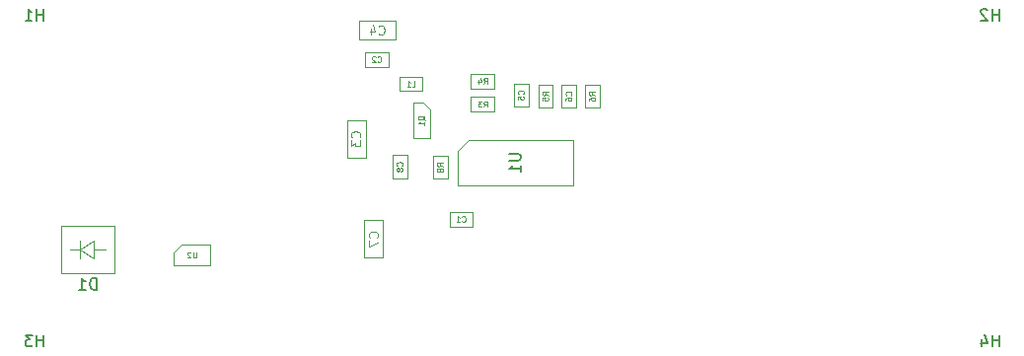
<source format=gbr>
%TF.GenerationSoftware,KiCad,Pcbnew,(6.0.0)*%
%TF.CreationDate,2022-01-14T12:25:06-05:00*%
%TF.ProjectId,ADC-board-HX711,4144432d-626f-4617-9264-2d4858373131,rev?*%
%TF.SameCoordinates,Original*%
%TF.FileFunction,AssemblyDrawing,Bot*%
%FSLAX46Y46*%
G04 Gerber Fmt 4.6, Leading zero omitted, Abs format (unit mm)*
G04 Created by KiCad (PCBNEW (6.0.0)) date 2022-01-14 12:25:06*
%MOMM*%
%LPD*%
G01*
G04 APERTURE LIST*
%ADD10C,0.120000*%
%ADD11C,0.080000*%
%ADD12C,0.150000*%
%ADD13C,0.075000*%
%ADD14C,0.100000*%
G04 APERTURE END LIST*
D10*
%TO.C,C7*%
X34085714Y-23566666D02*
X34123809Y-23528571D01*
X34161904Y-23414285D01*
X34161904Y-23338095D01*
X34123809Y-23223809D01*
X34047619Y-23147619D01*
X33971428Y-23109523D01*
X33819047Y-23071428D01*
X33704761Y-23071428D01*
X33552380Y-23109523D01*
X33476190Y-23147619D01*
X33400000Y-23223809D01*
X33361904Y-23338095D01*
X33361904Y-23414285D01*
X33400000Y-23528571D01*
X33438095Y-23566666D01*
X33361904Y-23833333D02*
X33361904Y-24366666D01*
X34161904Y-24023809D01*
%TO.C,C4*%
X34233333Y-6085714D02*
X34271428Y-6123809D01*
X34385714Y-6161904D01*
X34461904Y-6161904D01*
X34576190Y-6123809D01*
X34652380Y-6047619D01*
X34690476Y-5971428D01*
X34728571Y-5819047D01*
X34728571Y-5704761D01*
X34690476Y-5552380D01*
X34652380Y-5476190D01*
X34576190Y-5400000D01*
X34461904Y-5361904D01*
X34385714Y-5361904D01*
X34271428Y-5400000D01*
X34233333Y-5438095D01*
X33547619Y-5628571D02*
X33547619Y-6161904D01*
X33738095Y-5323809D02*
X33928571Y-5895238D01*
X33433333Y-5895238D01*
%TO.C,C3*%
X32585714Y-14966666D02*
X32623809Y-14928571D01*
X32661904Y-14814285D01*
X32661904Y-14738095D01*
X32623809Y-14623809D01*
X32547619Y-14547619D01*
X32471428Y-14509523D01*
X32319047Y-14471428D01*
X32204761Y-14471428D01*
X32052380Y-14509523D01*
X31976190Y-14547619D01*
X31900000Y-14623809D01*
X31861904Y-14738095D01*
X31861904Y-14814285D01*
X31900000Y-14928571D01*
X31938095Y-14966666D01*
X31861904Y-15233333D02*
X31861904Y-15728571D01*
X32166666Y-15461904D01*
X32166666Y-15576190D01*
X32204761Y-15652380D01*
X32242857Y-15690476D01*
X32319047Y-15728571D01*
X32509523Y-15728571D01*
X32585714Y-15690476D01*
X32623809Y-15652380D01*
X32661904Y-15576190D01*
X32661904Y-15347619D01*
X32623809Y-15271428D01*
X32585714Y-15233333D01*
D11*
%TO.C,C6*%
X50728571Y-11366666D02*
X50752380Y-11342857D01*
X50776190Y-11271428D01*
X50776190Y-11223809D01*
X50752380Y-11152380D01*
X50704761Y-11104761D01*
X50657142Y-11080952D01*
X50561904Y-11057142D01*
X50490476Y-11057142D01*
X50395238Y-11080952D01*
X50347619Y-11104761D01*
X50300000Y-11152380D01*
X50276190Y-11223809D01*
X50276190Y-11271428D01*
X50300000Y-11342857D01*
X50323809Y-11366666D01*
X50276190Y-11795238D02*
X50276190Y-11700000D01*
X50300000Y-11652380D01*
X50323809Y-11628571D01*
X50395238Y-11580952D01*
X50490476Y-11557142D01*
X50680952Y-11557142D01*
X50728571Y-11580952D01*
X50752380Y-11604761D01*
X50776190Y-11652380D01*
X50776190Y-11747619D01*
X50752380Y-11795238D01*
X50728571Y-11819047D01*
X50680952Y-11842857D01*
X50561904Y-11842857D01*
X50514285Y-11819047D01*
X50490476Y-11795238D01*
X50466666Y-11747619D01*
X50466666Y-11652380D01*
X50490476Y-11604761D01*
X50514285Y-11580952D01*
X50561904Y-11557142D01*
D12*
%TO.C,H4*%
X87461904Y-32952380D02*
X87461904Y-31952380D01*
X87461904Y-32428571D02*
X86890476Y-32428571D01*
X86890476Y-32952380D02*
X86890476Y-31952380D01*
X85985714Y-32285714D02*
X85985714Y-32952380D01*
X86223809Y-31904761D02*
X86461904Y-32619047D01*
X85842857Y-32619047D01*
D11*
%TO.C,C1*%
X41373333Y-22198571D02*
X41397142Y-22222380D01*
X41468571Y-22246190D01*
X41516190Y-22246190D01*
X41587619Y-22222380D01*
X41635238Y-22174761D01*
X41659047Y-22127142D01*
X41682857Y-22031904D01*
X41682857Y-21960476D01*
X41659047Y-21865238D01*
X41635238Y-21817619D01*
X41587619Y-21770000D01*
X41516190Y-21746190D01*
X41468571Y-21746190D01*
X41397142Y-21770000D01*
X41373333Y-21793809D01*
X40897142Y-22246190D02*
X41182857Y-22246190D01*
X41040000Y-22246190D02*
X41040000Y-21746190D01*
X41087619Y-21817619D01*
X41135238Y-21865238D01*
X41182857Y-21889047D01*
D12*
%TO.C,D1*%
X10008095Y-28062380D02*
X10008095Y-27062380D01*
X9770000Y-27062380D01*
X9627142Y-27110000D01*
X9531904Y-27205238D01*
X9484285Y-27300476D01*
X9436666Y-27490952D01*
X9436666Y-27633809D01*
X9484285Y-27824285D01*
X9531904Y-27919523D01*
X9627142Y-28014761D01*
X9770000Y-28062380D01*
X10008095Y-28062380D01*
X8484285Y-28062380D02*
X9055714Y-28062380D01*
X8770000Y-28062380D02*
X8770000Y-27062380D01*
X8865238Y-27205238D01*
X8960476Y-27300476D01*
X9055714Y-27348095D01*
D11*
%TO.C,C2*%
X34133333Y-8478571D02*
X34157142Y-8502380D01*
X34228571Y-8526190D01*
X34276190Y-8526190D01*
X34347619Y-8502380D01*
X34395238Y-8454761D01*
X34419047Y-8407142D01*
X34442857Y-8311904D01*
X34442857Y-8240476D01*
X34419047Y-8145238D01*
X34395238Y-8097619D01*
X34347619Y-8050000D01*
X34276190Y-8026190D01*
X34228571Y-8026190D01*
X34157142Y-8050000D01*
X34133333Y-8073809D01*
X33942857Y-8073809D02*
X33919047Y-8050000D01*
X33871428Y-8026190D01*
X33752380Y-8026190D01*
X33704761Y-8050000D01*
X33680952Y-8073809D01*
X33657142Y-8121428D01*
X33657142Y-8169047D01*
X33680952Y-8240476D01*
X33966666Y-8526190D01*
X33657142Y-8526190D01*
D13*
%TO.C,U2*%
X18580952Y-24826190D02*
X18580952Y-25230952D01*
X18557142Y-25278571D01*
X18533333Y-25302380D01*
X18485714Y-25326190D01*
X18390476Y-25326190D01*
X18342857Y-25302380D01*
X18319047Y-25278571D01*
X18295238Y-25230952D01*
X18295238Y-24826190D01*
X18080952Y-24873809D02*
X18057142Y-24850000D01*
X18009523Y-24826190D01*
X17890476Y-24826190D01*
X17842857Y-24850000D01*
X17819047Y-24873809D01*
X17795238Y-24921428D01*
X17795238Y-24969047D01*
X17819047Y-25040476D01*
X18104761Y-25326190D01*
X17795238Y-25326190D01*
D11*
%TO.C,R3*%
X43233333Y-12376190D02*
X43400000Y-12138095D01*
X43519047Y-12376190D02*
X43519047Y-11876190D01*
X43328571Y-11876190D01*
X43280952Y-11900000D01*
X43257142Y-11923809D01*
X43233333Y-11971428D01*
X43233333Y-12042857D01*
X43257142Y-12090476D01*
X43280952Y-12114285D01*
X43328571Y-12138095D01*
X43519047Y-12138095D01*
X43066666Y-11876190D02*
X42757142Y-11876190D01*
X42923809Y-12066666D01*
X42852380Y-12066666D01*
X42804761Y-12090476D01*
X42780952Y-12114285D01*
X42757142Y-12161904D01*
X42757142Y-12280952D01*
X42780952Y-12328571D01*
X42804761Y-12352380D01*
X42852380Y-12376190D01*
X42995238Y-12376190D01*
X43042857Y-12352380D01*
X43066666Y-12328571D01*
%TO.C,R8*%
X39736190Y-17466666D02*
X39498095Y-17300000D01*
X39736190Y-17180952D02*
X39236190Y-17180952D01*
X39236190Y-17371428D01*
X39260000Y-17419047D01*
X39283809Y-17442857D01*
X39331428Y-17466666D01*
X39402857Y-17466666D01*
X39450476Y-17442857D01*
X39474285Y-17419047D01*
X39498095Y-17371428D01*
X39498095Y-17180952D01*
X39450476Y-17752380D02*
X39426666Y-17704761D01*
X39402857Y-17680952D01*
X39355238Y-17657142D01*
X39331428Y-17657142D01*
X39283809Y-17680952D01*
X39260000Y-17704761D01*
X39236190Y-17752380D01*
X39236190Y-17847619D01*
X39260000Y-17895238D01*
X39283809Y-17919047D01*
X39331428Y-17942857D01*
X39355238Y-17942857D01*
X39402857Y-17919047D01*
X39426666Y-17895238D01*
X39450476Y-17847619D01*
X39450476Y-17752380D01*
X39474285Y-17704761D01*
X39498095Y-17680952D01*
X39545714Y-17657142D01*
X39640952Y-17657142D01*
X39688571Y-17680952D01*
X39712380Y-17704761D01*
X39736190Y-17752380D01*
X39736190Y-17847619D01*
X39712380Y-17895238D01*
X39688571Y-17919047D01*
X39640952Y-17942857D01*
X39545714Y-17942857D01*
X39498095Y-17919047D01*
X39474285Y-17895238D01*
X39450476Y-17847619D01*
D12*
%TO.C,H2*%
X87461904Y-4952380D02*
X87461904Y-3952380D01*
X87461904Y-4428571D02*
X86890476Y-4428571D01*
X86890476Y-4952380D02*
X86890476Y-3952380D01*
X86461904Y-4047619D02*
X86414285Y-4000000D01*
X86319047Y-3952380D01*
X86080952Y-3952380D01*
X85985714Y-4000000D01*
X85938095Y-4047619D01*
X85890476Y-4142857D01*
X85890476Y-4238095D01*
X85938095Y-4380952D01*
X86509523Y-4952380D01*
X85890476Y-4952380D01*
D11*
%TO.C,R5*%
X48776190Y-11366666D02*
X48538095Y-11200000D01*
X48776190Y-11080952D02*
X48276190Y-11080952D01*
X48276190Y-11271428D01*
X48300000Y-11319047D01*
X48323809Y-11342857D01*
X48371428Y-11366666D01*
X48442857Y-11366666D01*
X48490476Y-11342857D01*
X48514285Y-11319047D01*
X48538095Y-11271428D01*
X48538095Y-11080952D01*
X48276190Y-11819047D02*
X48276190Y-11580952D01*
X48514285Y-11557142D01*
X48490476Y-11580952D01*
X48466666Y-11628571D01*
X48466666Y-11747619D01*
X48490476Y-11795238D01*
X48514285Y-11819047D01*
X48561904Y-11842857D01*
X48680952Y-11842857D01*
X48728571Y-11819047D01*
X48752380Y-11795238D01*
X48776190Y-11747619D01*
X48776190Y-11628571D01*
X48752380Y-11580952D01*
X48728571Y-11557142D01*
%TO.C,C5*%
X46628571Y-11266666D02*
X46652380Y-11242857D01*
X46676190Y-11171428D01*
X46676190Y-11123809D01*
X46652380Y-11052380D01*
X46604761Y-11004761D01*
X46557142Y-10980952D01*
X46461904Y-10957142D01*
X46390476Y-10957142D01*
X46295238Y-10980952D01*
X46247619Y-11004761D01*
X46200000Y-11052380D01*
X46176190Y-11123809D01*
X46176190Y-11171428D01*
X46200000Y-11242857D01*
X46223809Y-11266666D01*
X46176190Y-11719047D02*
X46176190Y-11480952D01*
X46414285Y-11457142D01*
X46390476Y-11480952D01*
X46366666Y-11528571D01*
X46366666Y-11647619D01*
X46390476Y-11695238D01*
X46414285Y-11719047D01*
X46461904Y-11742857D01*
X46580952Y-11742857D01*
X46628571Y-11719047D01*
X46652380Y-11695238D01*
X46676190Y-11647619D01*
X46676190Y-11528571D01*
X46652380Y-11480952D01*
X46628571Y-11457142D01*
D12*
%TO.C,H1*%
X5461904Y-4952380D02*
X5461904Y-3952380D01*
X5461904Y-4428571D02*
X4890476Y-4428571D01*
X4890476Y-4952380D02*
X4890476Y-3952380D01*
X3890476Y-4952380D02*
X4461904Y-4952380D01*
X4176190Y-4952380D02*
X4176190Y-3952380D01*
X4271428Y-4095238D01*
X4366666Y-4190476D01*
X4461904Y-4238095D01*
%TO.C,H3*%
X5461904Y-32952380D02*
X5461904Y-31952380D01*
X5461904Y-32428571D02*
X4890476Y-32428571D01*
X4890476Y-32952380D02*
X4890476Y-31952380D01*
X4509523Y-31952380D02*
X3890476Y-31952380D01*
X4223809Y-32333333D01*
X4080952Y-32333333D01*
X3985714Y-32380952D01*
X3938095Y-32428571D01*
X3890476Y-32523809D01*
X3890476Y-32761904D01*
X3938095Y-32857142D01*
X3985714Y-32904761D01*
X4080952Y-32952380D01*
X4366666Y-32952380D01*
X4461904Y-32904761D01*
X4509523Y-32857142D01*
D11*
%TO.C,C8*%
X36218571Y-17416666D02*
X36242380Y-17392857D01*
X36266190Y-17321428D01*
X36266190Y-17273809D01*
X36242380Y-17202380D01*
X36194761Y-17154761D01*
X36147142Y-17130952D01*
X36051904Y-17107142D01*
X35980476Y-17107142D01*
X35885238Y-17130952D01*
X35837619Y-17154761D01*
X35790000Y-17202380D01*
X35766190Y-17273809D01*
X35766190Y-17321428D01*
X35790000Y-17392857D01*
X35813809Y-17416666D01*
X35980476Y-17702380D02*
X35956666Y-17654761D01*
X35932857Y-17630952D01*
X35885238Y-17607142D01*
X35861428Y-17607142D01*
X35813809Y-17630952D01*
X35790000Y-17654761D01*
X35766190Y-17702380D01*
X35766190Y-17797619D01*
X35790000Y-17845238D01*
X35813809Y-17869047D01*
X35861428Y-17892857D01*
X35885238Y-17892857D01*
X35932857Y-17869047D01*
X35956666Y-17845238D01*
X35980476Y-17797619D01*
X35980476Y-17702380D01*
X36004285Y-17654761D01*
X36028095Y-17630952D01*
X36075714Y-17607142D01*
X36170952Y-17607142D01*
X36218571Y-17630952D01*
X36242380Y-17654761D01*
X36266190Y-17702380D01*
X36266190Y-17797619D01*
X36242380Y-17845238D01*
X36218571Y-17869047D01*
X36170952Y-17892857D01*
X36075714Y-17892857D01*
X36028095Y-17869047D01*
X36004285Y-17845238D01*
X35980476Y-17797619D01*
%TO.C,R4*%
X43233333Y-10376190D02*
X43400000Y-10138095D01*
X43519047Y-10376190D02*
X43519047Y-9876190D01*
X43328571Y-9876190D01*
X43280952Y-9900000D01*
X43257142Y-9923809D01*
X43233333Y-9971428D01*
X43233333Y-10042857D01*
X43257142Y-10090476D01*
X43280952Y-10114285D01*
X43328571Y-10138095D01*
X43519047Y-10138095D01*
X42804761Y-10042857D02*
X42804761Y-10376190D01*
X42923809Y-9852380D02*
X43042857Y-10209523D01*
X42733333Y-10209523D01*
%TO.C,R6*%
X52776190Y-11366666D02*
X52538095Y-11200000D01*
X52776190Y-11080952D02*
X52276190Y-11080952D01*
X52276190Y-11271428D01*
X52300000Y-11319047D01*
X52323809Y-11342857D01*
X52371428Y-11366666D01*
X52442857Y-11366666D01*
X52490476Y-11342857D01*
X52514285Y-11319047D01*
X52538095Y-11271428D01*
X52538095Y-11080952D01*
X52276190Y-11795238D02*
X52276190Y-11700000D01*
X52300000Y-11652380D01*
X52323809Y-11628571D01*
X52395238Y-11580952D01*
X52490476Y-11557142D01*
X52680952Y-11557142D01*
X52728571Y-11580952D01*
X52752380Y-11604761D01*
X52776190Y-11652380D01*
X52776190Y-11747619D01*
X52752380Y-11795238D01*
X52728571Y-11819047D01*
X52680952Y-11842857D01*
X52561904Y-11842857D01*
X52514285Y-11819047D01*
X52490476Y-11795238D01*
X52466666Y-11747619D01*
X52466666Y-11652380D01*
X52490476Y-11604761D01*
X52514285Y-11580952D01*
X52561904Y-11557142D01*
%TO.C,L1*%
X37083333Y-10626190D02*
X37321428Y-10626190D01*
X37321428Y-10126190D01*
X36654761Y-10626190D02*
X36940476Y-10626190D01*
X36797619Y-10626190D02*
X36797619Y-10126190D01*
X36845238Y-10197619D01*
X36892857Y-10245238D01*
X36940476Y-10269047D01*
D13*
%TO.C,Q1*%
X38173809Y-13502380D02*
X38150000Y-13454761D01*
X38102380Y-13407142D01*
X38030952Y-13335714D01*
X38007142Y-13288095D01*
X38007142Y-13240476D01*
X38126190Y-13264285D02*
X38102380Y-13216666D01*
X38054761Y-13169047D01*
X37959523Y-13145238D01*
X37792857Y-13145238D01*
X37697619Y-13169047D01*
X37650000Y-13216666D01*
X37626190Y-13264285D01*
X37626190Y-13359523D01*
X37650000Y-13407142D01*
X37697619Y-13454761D01*
X37792857Y-13478571D01*
X37959523Y-13478571D01*
X38054761Y-13454761D01*
X38102380Y-13407142D01*
X38126190Y-13359523D01*
X38126190Y-13264285D01*
X38126190Y-13954761D02*
X38126190Y-13669047D01*
X38126190Y-13811904D02*
X37626190Y-13811904D01*
X37697619Y-13764285D01*
X37745238Y-13716666D01*
X37769047Y-13669047D01*
D12*
%TO.C,U1*%
X45413333Y-16403333D02*
X46206666Y-16403333D01*
X46300000Y-16450000D01*
X46346666Y-16496666D01*
X46393333Y-16590000D01*
X46393333Y-16776666D01*
X46346666Y-16870000D01*
X46300000Y-16916666D01*
X46206666Y-16963333D01*
X45413333Y-16963333D01*
X46393333Y-17943333D02*
X46393333Y-17383333D01*
X46393333Y-17663333D02*
X45413333Y-17663333D01*
X45553333Y-17570000D01*
X45646666Y-17476666D01*
X45693333Y-17383333D01*
D14*
%TO.C,C7*%
X33000000Y-25300000D02*
X34600000Y-25300000D01*
X34600000Y-25300000D02*
X34600000Y-22100000D01*
X34600000Y-22100000D02*
X33000000Y-22100000D01*
X33000000Y-22100000D02*
X33000000Y-25300000D01*
%TO.C,C4*%
X35700000Y-6600000D02*
X35700000Y-5000000D01*
X35700000Y-5000000D02*
X32500000Y-5000000D01*
X32500000Y-5000000D02*
X32500000Y-6600000D01*
X32500000Y-6600000D02*
X35700000Y-6600000D01*
%TO.C,C3*%
X31500000Y-16700000D02*
X33100000Y-16700000D01*
X33100000Y-16700000D02*
X33100000Y-13500000D01*
X33100000Y-13500000D02*
X31500000Y-13500000D01*
X31500000Y-13500000D02*
X31500000Y-16700000D01*
%TO.C,C6*%
X49925000Y-12450000D02*
X51175000Y-12450000D01*
X49925000Y-10450000D02*
X49925000Y-12450000D01*
X51175000Y-12450000D02*
X51175000Y-10450000D01*
X51175000Y-10450000D02*
X49925000Y-10450000D01*
%TO.C,C1*%
X40290000Y-21395000D02*
X40290000Y-22645000D01*
X42290000Y-22645000D02*
X42290000Y-21395000D01*
X40290000Y-22645000D02*
X42290000Y-22645000D01*
X42290000Y-21395000D02*
X40290000Y-21395000D01*
%TO.C,D1*%
X8620560Y-24608980D02*
X9771180Y-25409080D01*
X11570000Y-26610000D02*
X6970000Y-26610000D01*
X9771180Y-23859680D02*
X9771180Y-25409080D01*
X8620560Y-24608980D02*
X7718860Y-24608980D01*
X11570000Y-26610000D02*
X11570000Y-22610000D01*
X8620560Y-25409080D02*
X8620560Y-23808880D01*
X6970000Y-22610000D02*
X6970000Y-26610000D01*
X8620560Y-24608980D02*
X9771180Y-23859680D01*
X9771180Y-24608980D02*
X10769400Y-24608980D01*
X11570000Y-22610000D02*
X6970000Y-22610000D01*
%TO.C,C2*%
X33050000Y-8925000D02*
X35050000Y-8925000D01*
X35050000Y-7675000D02*
X33050000Y-7675000D01*
X33050000Y-7675000D02*
X33050000Y-8925000D01*
X35050000Y-8925000D02*
X35050000Y-7675000D01*
%TO.C,U2*%
X17300000Y-24200000D02*
X19750000Y-24200000D01*
X19750000Y-26000000D02*
X19750000Y-24200000D01*
X16650000Y-26000000D02*
X19750000Y-26000000D01*
X17300000Y-24200000D02*
X16650000Y-24850000D01*
X16650000Y-26000000D02*
X16650000Y-24850000D01*
%TO.C,R3*%
X42150000Y-12775000D02*
X44150000Y-12775000D01*
X42150000Y-11525000D02*
X42150000Y-12775000D01*
X44150000Y-12775000D02*
X44150000Y-11525000D01*
X44150000Y-11525000D02*
X42150000Y-11525000D01*
%TO.C,R8*%
X38885000Y-16550000D02*
X38885000Y-18550000D01*
X40135000Y-18550000D02*
X40135000Y-16550000D01*
X40135000Y-16550000D02*
X38885000Y-16550000D01*
X38885000Y-18550000D02*
X40135000Y-18550000D01*
%TO.C,R5*%
X49175000Y-12450000D02*
X49175000Y-10450000D01*
X49175000Y-10450000D02*
X47925000Y-10450000D01*
X47925000Y-12450000D02*
X49175000Y-12450000D01*
X47925000Y-10450000D02*
X47925000Y-12450000D01*
%TO.C,C5*%
X45825000Y-12350000D02*
X47075000Y-12350000D01*
X47075000Y-10350000D02*
X45825000Y-10350000D01*
X47075000Y-12350000D02*
X47075000Y-10350000D01*
X45825000Y-10350000D02*
X45825000Y-12350000D01*
%TO.C,C8*%
X36665000Y-16500000D02*
X35415000Y-16500000D01*
X36665000Y-18500000D02*
X36665000Y-16500000D01*
X35415000Y-18500000D02*
X36665000Y-18500000D01*
X35415000Y-16500000D02*
X35415000Y-18500000D01*
%TO.C,R4*%
X42150000Y-9525000D02*
X42150000Y-10775000D01*
X42150000Y-10775000D02*
X44150000Y-10775000D01*
X44150000Y-10775000D02*
X44150000Y-9525000D01*
X44150000Y-9525000D02*
X42150000Y-9525000D01*
%TO.C,R6*%
X51925000Y-10450000D02*
X51925000Y-12450000D01*
X53175000Y-10450000D02*
X51925000Y-10450000D01*
X53175000Y-12450000D02*
X53175000Y-10450000D01*
X51925000Y-12450000D02*
X53175000Y-12450000D01*
%TO.C,L1*%
X38000000Y-9800000D02*
X36000000Y-9800000D01*
X38000000Y-11000000D02*
X38000000Y-9800000D01*
X36000000Y-11000000D02*
X38000000Y-11000000D01*
X36000000Y-9800000D02*
X36000000Y-11000000D01*
%TO.C,Q1*%
X38050000Y-12030000D02*
X37200000Y-12030000D01*
X37200000Y-12030000D02*
X37200000Y-15070000D01*
X38600000Y-12600000D02*
X38050000Y-12030000D01*
X38600000Y-12600000D02*
X38600000Y-15050000D01*
X38600000Y-15070000D02*
X37200000Y-15070000D01*
%TO.C,U1*%
X41000000Y-19100000D02*
X50900000Y-19100000D01*
X41000000Y-16175000D02*
X41000000Y-19100000D01*
X41975000Y-15200000D02*
X41000000Y-16175000D01*
X50900000Y-19100000D02*
X50900000Y-15200000D01*
X50900000Y-15200000D02*
X41975000Y-15200000D01*
%TD*%
M02*

</source>
